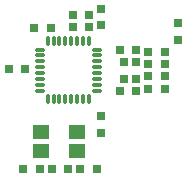
<source format=gtp>
*%FSLAX24Y24*%
*%MOIN*%
G01*
%ADD11C,0.0010*%
%ADD12C,0.0030*%
%ADD13C,0.0043*%
%ADD14C,0.0050*%
%ADD15C,0.0060*%
%ADD16C,0.0070*%
%ADD17C,0.0073*%
%ADD18C,0.0080*%
%ADD19C,0.0100*%
%ADD20C,0.0110*%
%ADD21C,0.0150*%
%ADD22C,0.0200*%
%ADD23C,0.0250*%
%ADD24C,0.0300*%
%ADD25C,0.0360*%
%ADD26C,0.0440*%
%ADD27C,0.0600*%
%ADD28R,0.0300X0.0300*%
%ADD29R,0.0380X0.0380*%
%ADD30R,0.0551X0.0453*%
%ADD31R,0.0631X0.0533*%
%ADD32O,0.0118X0.0354*%
%ADD33O,0.0198X0.0434*%
%ADD34O,0.0354X0.0118*%
%ADD35O,0.0434X0.0198*%
D28*
X18259Y18587D02*
D03*
X17709D02*
D03*
X18259Y18187D02*
D03*
X17709D02*
D03*
X20240Y16560D02*
D03*
X20790D02*
D03*
X18660Y18810D02*
D03*
X19290Y17430D02*
D03*
X15591Y16788D02*
D03*
X16428Y18168D02*
D03*
X20790Y16133D02*
D03*
X18520Y13460D02*
D03*
X21240Y18330D02*
D03*
X16070Y13460D02*
D03*
X19840Y16080D02*
D03*
X21240Y17780D02*
D03*
X20790Y17380D02*
D03*
Y16960D02*
D03*
X20240Y17380D02*
D03*
X18660Y18260D02*
D03*
X20240Y16960D02*
D03*
X19840Y17030D02*
D03*
Y17430D02*
D03*
X19440Y17030D02*
D03*
X19840Y16480D02*
D03*
X19440D02*
D03*
X19290Y16080D02*
D03*
X20240Y16133D02*
D03*
X16141Y16788D02*
D03*
X17570Y13460D02*
D03*
X17970D02*
D03*
X17020D02*
D03*
X16620D02*
D03*
X16978Y18168D02*
D03*
X18660Y15233D02*
D03*
Y14683D02*
D03*
D30*
X16670Y14691D02*
D03*
X17850Y14060D02*
D03*
Y14691D02*
D03*
X16670Y14060D02*
D03*
D32*
X16881Y17721D02*
D03*
X17668D02*
D03*
X17865D02*
D03*
X17078D02*
D03*
X17275D02*
D03*
X17472D02*
D03*
X18062D02*
D03*
X18259D02*
D03*
Y15799D02*
D03*
X17472D02*
D03*
X17275D02*
D03*
X18062D02*
D03*
X17865D02*
D03*
X17668D02*
D03*
X17078D02*
D03*
X16881D02*
D03*
D34*
X16609Y16071D02*
D03*
Y16858D02*
D03*
Y17055D02*
D03*
Y16268D02*
D03*
Y16465D02*
D03*
Y16662D02*
D03*
Y17252D02*
D03*
Y17449D02*
D03*
X18531D02*
D03*
Y16662D02*
D03*
Y16465D02*
D03*
Y17252D02*
D03*
Y17055D02*
D03*
Y16858D02*
D03*
Y16268D02*
D03*
Y16071D02*
D03*
M02*

</source>
